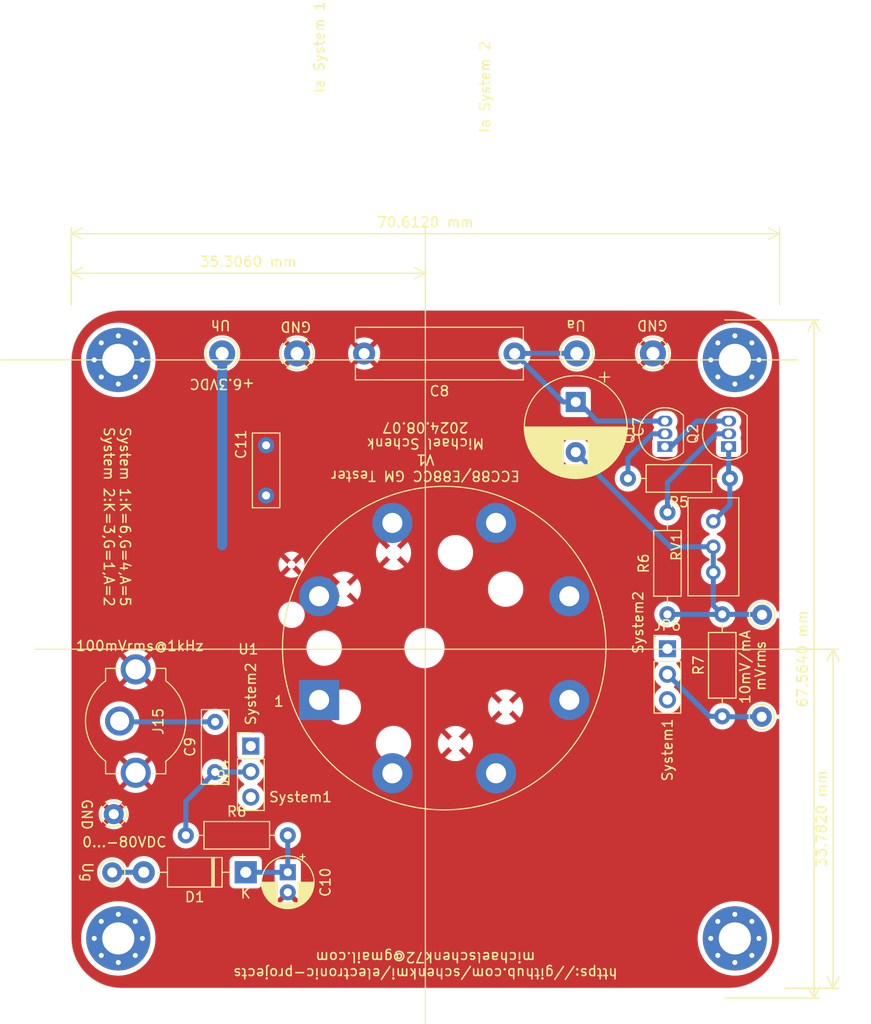
<source format=kicad_pcb>
(kicad_pcb (version 20240108) (generator "pcbnew") (generator_version "8.0")
  (layers (0 "F.Cu" signal) (31 "B.Cu" signal) (34 "B.Paste" user) (35 "F.Paste" user) (36 "B.SilkS" user "B.Silkscreen") (37 "F.SilkS" user "F.Silkscreen") (38 "B.Mask" user) (39 "F.Mask" user) (44 "Edge.Cuts" user))
  (net 0 "")
  (net 1 "VDDA")
  (net 2 "Net-(JP4-B)")
  (net 3 "Net-(J16-Pin_1)")
  (net 4 "FVCC")
  (net 5 "Net-(J15-In)")
  (net 6 "FGND")
  (net 7 "Net-(D1-K)")
  (net 8 "Net-(D1-A)")
  (net 9 "Net-(J17-Pin_1)")
  (net 10 "Net-(JP4-C)")
  (net 11 "Net-(JP4-A)")
  (net 12 "Net-(JP6-A)")
  (net 13 "Net-(JP6-B)")
  (net 14 "Net-(Q1-G)")
  (net 15 "Net-(Q1-S)")
  (net 16 "Net-(Q2-G)")
  (net 17 "Net-(Q2-S)")
  (footprint "MountingHole:MountingHole_3.2mm_M3_Pad_Via" (layer "F.Cu") (at 53.975 80.645)
    (property "Reference" "H1" (hide yes))
    (property "Value" "MountingHole")
    (pad "1" thru_hole circle (at -2.4 0) (size 0.8 0.8) (drill 0.5) (layers "*.Cu" "*.Mask"))
    (pad "1" thru_hole circle (at -1.697056 -1.697056) (size 0.8 0.8) (drill 0.5) (layers "*.Cu" "*.Mask"))
    (pad "1" thru_hole circle (at -1.697056 1.697056) (size 0.8 0.8) (drill 0.5) (layers "*.Cu" "*.Mask"))
    (pad "1" thru_hole circle (at 0 -2.4) (size 0.8 0.8) (drill 0.5) (layers "*.Cu" "*.Mask"))
    (pad "1" thru_hole circle (at 0 0) (size 6.4 6.4) (drill 3.2) (layers "*.Cu" "*.Mask"))
    (pad "1" thru_hole circle (at 0 2.4) (size 0.8 0.8) (drill 0.5) (layers "*.Cu" "*.Mask"))
    (pad "1" thru_hole circle (at 1.697056 -1.697056) (size 0.8 0.8) (drill 0.5) (layers "*.Cu" "*.Mask"))
    (pad "1" thru_hole circle (at 1.697056 1.697056) (size 0.8 0.8) (drill 0.5) (layers "*.Cu" "*.Mask"))
    (pad "1" thru_hole circle (at 2.4 0) (size 0.8 0.8) (drill 0.5) (layers "*.Cu" "*.Mask"))
  )
  (footprint "MountingHole:MountingHole_3.2mm_M3_Pad_Via" (layer "F.Cu") (at 53.975 138.29)
    (property "Reference" "H2" (hide yes))
    (property "Value" "MountingHole")
    (pad "1" thru_hole circle (at -2.4 0) (size 0.8 0.8) (drill 0.5) (layers "*.Cu" "*.Mask"))
    (pad "1" thru_hole circle (at -1.697056 -1.697056) (size 0.8 0.8) (drill 0.5) (layers "*.Cu" "*.Mask"))
    (pad "1" thru_hole circle (at -1.697056 1.697056) (size 0.8 0.8) (drill 0.5) (layers "*.Cu" "*.Mask"))
    (pad "1" thru_hole circle (at 0 -2.4) (size 0.8 0.8) (drill 0.5) (layers "*.Cu" "*.Mask"))
    (pad "1" thru_hole circle (at 0 0) (size 6.4 6.4) (drill 3.2) (layers "*.Cu" "*.Mask"))
    (pad "1" thru_hole circle (at 0 2.4) (size 0.8 0.8) (drill 0.5) (layers "*.Cu" "*.Mask"))
    (pad "1" thru_hole circle (at 1.697056 -1.697056) (size 0.8 0.8) (drill 0.5) (layers "*.Cu" "*.Mask"))
    (pad "1" thru_hole circle (at 1.697056 1.697056) (size 0.8 0.8) (drill 0.5) (layers "*.Cu" "*.Mask"))
    (pad "1" thru_hole circle (at 2.4 0) (size 0.8 0.8) (drill 0.5) (layers "*.Cu" "*.Mask"))
  )
  (footprint "MountingHole:MountingHole_3.2mm_M3_Pad_Via" (layer "F.Cu") (at 115.43 138.29)
    (property "Reference" "H3" (hide yes))
    (property "Value" "MountingHole")
    (pad "1" thru_hole circle (at -2.4 0) (size 0.8 0.8) (drill 0.5) (layers "*.Cu" "*.Mask"))
    (pad "1" thru_hole circle (at -1.697056 -1.697056) (size 0.8 0.8) (drill 0.5) (layers "*.Cu" "*.Mask"))
    (pad "1" thru_hole circle (at -1.697056 1.697056) (size 0.8 0.8) (drill 0.5) (layers "*.Cu" "*.Mask"))
    (pad "1" thru_hole circle (at 0 -2.4) (size 0.8 0.8) (drill 0.5) (layers "*.Cu" "*.Mask"))
    (pad "1" thru_hole circle (at 0 0) (size 6.4 6.4) (drill 3.2) (layers "*.Cu" "*.Mask"))
    (pad "1" thru_hole circle (at 0 2.4) (size 0.8 0.8) (drill 0.5) (layers "*.Cu" "*.Mask"))
    (pad "1" thru_hole circle (at 1.697056 -1.697056) (size 0.8 0.8) (drill 0.5) (layers "*.Cu" "*.Mask"))
    (pad "1" thru_hole circle (at 1.697056 1.697056) (size 0.8 0.8) (drill 0.5) (layers "*.Cu" "*.Mask"))
    (pad "1" thru_hole circle (at 2.4 0) (size 0.8 0.8) (drill 0.5) (layers "*.Cu" "*.Mask"))
  )
  (footprint "MountingHole:MountingHole_3.2mm_M3_Pad_Via" (layer "F.Cu") (at 115.43 80.645)
    (property "Reference" "H4" (hide yes))
    (property "Value" "MountingHole")
    (pad "1" thru_hole circle (at -2.4 0) (size 0.8 0.8) (drill 0.5) (layers "*.Cu" "*.Mask"))
    (pad "1" thru_hole circle (at -1.697056 -1.697056) (size 0.8 0.8) (drill 0.5) (layers "*.Cu" "*.Mask"))
    (pad "1" thru_hole circle (at -1.697056 1.697056) (size 0.8 0.8) (drill 0.5) (layers "*.Cu" "*.Mask"))
    (pad "1" thru_hole circle (at 0 -2.4) (size 0.8 0.8) (drill 0.5) (layers "*.Cu" "*.Mask"))
    (pad "1" thru_hole circle (at 0 0) (size 6.4 6.4) (drill 3.2) (layers "*.Cu" "*.Mask"))
    (pad "1" thru_hole circle (at 0 2.4) (size 0.8 0.8) (drill 0.5) (layers "*.Cu" "*.Mask"))
    (pad "1" thru_hole circle (at 1.697056 -1.697056) (size 0.8 0.8) (drill 0.5) (layers "*.Cu" "*.Mask"))
    (pad "1" thru_hole circle (at 1.697056 1.697056) (size 0.8 0.8) (drill 0.5) (layers "*.Cu" "*.Mask"))
    (pad "1" thru_hole circle (at 2.4 0) (size 0.8 0.8) (drill 0.5) (layers "*.Cu" "*.Mask"))
  )
  (footprint "Connector_Pin:Pin_D1.3mm_L11.0mm" (layer "F.Cu") (at 99.680335 79.997787)
    (property "Reference" "J5" (hide yes))
    (property "Value" "Conn_01x01")
    (pad "1" thru_hole circle (at 0 0) (size 2.6 2.6) (drill 1.3) (layers "*.Cu" "*.Mask") (net 1 "VDDA"))
  )
  (footprint "Connector_Pin:Pin_D1.3mm_L11.0mm" (layer "F.Cu") (at 107.267161 79.997787)
    (property "Reference" "J6" (hide yes))
    (property "Value" "Conn_01x01")
    (pad "1" thru_hole circle (at 0 0) (size 2.6 2.6) (drill 1.3) (layers "*.Cu" "*.Mask") (net 6 "FGND"))
  )
  (footprint "Connector_Pin:Pin_D1.3mm_L11.0mm" (layer "F.Cu") (at 64.324429 79.998773)
    (property "Reference" "J9" (hide yes))
    (property "Value" "Conn_01x01")
    (pad "1" thru_hole circle (at 0 0) (size 2.6 2.6) (drill 1.3) (layers "*.Cu" "*.Mask") (net 4 "FVCC"))
  )
  (footprint "Connector_Pin:Pin_D1.3mm_L11.0mm" (layer "F.Cu") (at 71.795848 79.998773)
    (property "Reference" "J10" (hide yes))
    (property "Value" "Conn_01x01")
    (pad "1" thru_hole circle (at 0 0) (size 2.6 2.6) (drill 1.3) (layers "*.Cu" "*.Mask") (net 6 "FGND"))
  )
  (footprint "Capacitor_THT:C_Rect_L7.2mm_W2.5mm_P5.00mm_FKS2_FKP2_MKS2_MKP2" (layer "F.Cu") (at 68.707 94.154 90)
    (property "Reference" "C11" (at 5.08 -2.5 90) (layer "F.SilkS"))
    (property "Value" "100nF")
    (pad "1" thru_hole circle (at 0 0 90) (size 1.6 1.6) (drill 0.8) (layers "*.Cu" "*.Mask") (net 4 "FVCC"))
    (pad "2" thru_hole circle (at 5 0 90) (size 1.6 1.6) (drill 0.8) (layers "*.Cu" "*.Mask") (net 6 "FGND"))
  )
  (footprint "kicad-snk:TubeOctal" (layer "F.Cu") (at 86.460627 109.36224 -90)
    (property "Reference" "U1" (at 0.11176 19.531627 180) (layer "F.SilkS"))
    (property "Value" "6SN7")
    (pad "1" thru_hole rect (at 5.166226 12.472373 270) (size 4 4) (drill 2) (layers "*.Cu" "*.Mask") (net 11 "Net-(JP4-A)"))
    (pad "2" thru_hole oval (at 12.472373 5.166226 270) (size 4 4) (drill 2) (layers "*.Cu" "*.Mask") (net 12 "Net-(JP6-A)"))
    (pad "3" thru_hole oval (at 12.472373 -5.166226 270) (size 4 4) (drill 2) (layers "*.Cu" "*.Mask") (net 6 "FGND"))
    (pad "4" thru_hole oval (at 5.166226 -12.472373 270) (size 4 4) (drill 2) (layers "*.Cu" "*.Mask") (net 2 "Net-(JP4-B)"))
    (pad "5" thru_hole oval (at -5.166226 -12.472373 270) (size 4 4) (drill 2) (layers "*.Cu" "*.Mask") (net 13 "Net-(JP6-B)"))
    (pad "6" thru_hole oval (at -12.472373 -5.166226 270) (size 4 4) (drill 2) (layers "*.Cu" "*.Mask") (net 6 "FGND"))
    (pad "7" thru_hole oval (at -12.472373 5.166226 270) (size 4 4) (drill 2) (layers "*.Cu" "*.Mask") (net 4 "FVCC"))
    (pad "8" thru_hole circle (at -5.166226 12.472373 270) (size 4 4) (drill 2) (layers "*.Cu" "*.Mask") (net 6 "FGND"))
  )
  (footprint "Resistor_THT:R_Axial_DIN0207_L6.3mm_D2.5mm_P10.16mm_Horizontal" (layer "F.Cu") (at 60.706 128.016)
    (property "Reference" "R8" (at 5.08 -2.37 0) (layer "F.SilkS"))
    (property "Value" "220k/0.6W")
    (pad "1" thru_hole circle (at 0 0) (size 1.6 1.6) (drill 0.8) (layers "*.Cu" "*.Mask") (net 10 "Net-(JP4-C)"))
    (pad "2" thru_hole oval (at 10.16 0) (size 1.6 1.6) (drill 0.8) (layers "*.Cu" "*.Mask") (net 7 "Net-(D1-K)"))
  )
  (footprint "Resistor_THT:R_Axial_DIN0207_L6.3mm_D2.5mm_P10.16mm_Horizontal" (layer "F.Cu") (at 114.173 116.158932 90)
    (property "Reference" "R7" (at 5.08 -2.37 90) (layer "F.SilkS"))
    (property "Value" "10R/0.4W/0.1%")
    (pad "1" thru_hole circle (at 0 0 90) (size 1.6 1.6) (drill 0.8) (layers "*.Cu" "*.Mask") (net 9 "Net-(J17-Pin_1)"))
    (pad "2" thru_hole oval (at 10.16 0 90) (size 1.6 1.6) (drill 0.8) (layers "*.Cu" "*.Mask") (net 3 "Net-(J16-Pin_1)"))
  )
  (footprint "Connector_Pin:Pin_D1.0mm_L10.0mm" (layer "F.Cu") (at 118.139853 106.045)
    (property "Reference" "J16" (hide yes))
    (property "Value" "Conn_01x01")
    (pad "1" thru_hole circle (at 0 0) (size 2 2) (drill 1) (layers "*.Cu" "*.Mask") (net 3 "Net-(J16-Pin_1)"))
  )
  (footprint "kicad-snk:RCA-Phono_CUI-Devices_RCJ-02X_Vertical" (layer "F.Cu") (at 55.708587 116.631977 90)
    (property "Reference" "J15" (at -0.04 2.25 90) (layer "F.SilkS"))
    (property "Value" "100mVrms@1kHz")
    (pad "1" thru_hole circle (at 0 -1.6 90) (size 2.9 2.9) (drill 1.9) (layers "*.Cu" "*.Mask") (net 5 "Net-(J15-In)"))
    (pad "2" thru_hole circle (at -5.15 0 90) (size 3 3) (drill 2) (layers "*.Cu" "*.Mask") (net 6 "FGND"))
    (pad "2" thru_hole circle (at 5.15 0 90) (size 3 3) (drill 2) (layers "*.Cu" "*.Mask") (net 6 "FGND"))
  )
  (footprint "Connector_PinHeader_2.54mm:PinHeader_1x03_P2.54mm_Vertical" (layer "F.Cu") (at 67.183 119.126)
    (property "Reference" "JP4" (at -2.667 2.667 90) (layer "F.SilkS"))
    (property "Value" "Jumper_3_Open")
    (pad "1" thru_hole rect (at 0 0) (size 1.7 1.7) (drill 1) (layers "*.Cu" "*.Mask") (net 11 "Net-(JP4-A)"))
    (pad "2" thru_hole oval (at 0 2.54) (size 1.7 1.7) (drill 1) (layers "*.Cu" "*.Mask") (net 10 "Net-(JP4-C)"))
    (pad "3" thru_hole oval (at 0 5.08) (size 1.7 1.7) (drill 1) (layers "*.Cu" "*.Mask") (net 2 "Net-(JP4-B)"))
  )
  (footprint "Capacitor_THT:C_Rect_L7.2mm_W2.5mm_P5.00mm_FKS2_FKP2_MKS2_MKP2" (layer "F.Cu") (at 63.627 121.713 90)
    (property "Reference" "C9" (at 2.5 -2.5 90) (layer "F.SilkS"))
    (property "Value" "100nF")
    (pad "1" thru_hole circle (at 0 0 90) (size 1.6 1.6) (drill 0.8) (layers "*.Cu" "*.Mask") (net 10 "Net-(JP4-C)"))
    (pad "2" thru_hole circle (at 5 0 90) (size 1.6 1.6) (drill 0.8) (layers "*.Cu" "*.Mask") (net 5 "Net-(J15-In)"))
  )
  (footprint "Package_TO_SOT_THT:TO-92_Inline" (layer "F.Cu") (at 114.808 89.281 90)
    (property "Reference" "Q2" (at 1.27 -3.56 90) (layer "F.SilkS"))
    (property "Value" "DN2540N3-G")
    (pad "1" thru_hole rect (at 0 0 90) (size 1.05 1.5) (drill 0.75) (layers "*.Cu" "*.Mask") (net 17 "Net-(Q2-S)"))
    (pad "2" thru_hole oval (at 1.27 0 90) (size 1.05 1.5) (drill 0.75) (layers "*.Cu" "*.Mask") (net 16 "Net-(Q2-G)"))
    (pad "3" thru_hole oval (at 2.54 0 90) (size 1.05 1.5) (drill 0.75) (layers "*.Cu" "*.Mask") (net 15 "Net-(Q1-S)"))
  )
  (footprint "Capacitor_THT:CP_Radial_D10.0mm_P5.00mm" (layer "F.Cu") (at 99.568 84.836 -90)
    (property "Reference" "C7" (at 2.5 -6.25 90) (layer "F.SilkS"))
    (property "Value" "4.7uF/400V")
    (pad "1" thru_hole rect (at 0 0 270) (size 2 2) (drill 1) (layers "*.Cu" "*.Mask") (net 1 "VDDA"))
    (pad "2" thru_hole circle (at 5 0 270) (size 2 2) (drill 1) (layers "*.Cu" "*.Mask") (net 3 "Net-(J16-Pin_1)"))
  )
  (footprint "Connector_Pin:Pin_D1.0mm_L10.0mm" (layer "F.Cu") (at 53.373768 131.713)
    (property "Reference" "J18" (hide yes))
    (property "Value" "~")
    (pad "1" thru_hole circle (at 0 0) (size 2 2) (drill 1) (layers "*.Cu" "*.Mask") (net 8 "Net-(D1-A)"))
  )
  (footprint "Diode_THT:D_DO-41_SOD81_P10.16mm_Horizontal" (layer "F.Cu") (at 66.675 131.699 180)
    (property "Reference" "D1" (at 5.08 -2.47 0) (layer "F.SilkS"))
    (property "Value" "1N4007")
    (fp_text user "K" (at 0 -2.1 0) (layer "F.SilkS"))
    (pad "1" thru_hole rect (at 0 0 180) (size 2.2 2.2) (drill 1.1) (layers "*.Cu" "*.Mask") (net 7 "Net-(D1-K)"))
    (pad "2" thru_hole oval (at 10.16 0 180) (size 2.2 2.2) (drill 1.1) (layers "*.Cu" "*.Mask") (net 8 "Net-(D1-A)"))
  )
  (footprint "Resistor_THT:R_Axial_DIN0207_L6.3mm_D2.5mm_P10.16mm_Horizontal" (layer "F.Cu") (at 108.712 105.998932 90)
    (property "Reference" "R6" (at 5.08 -2.37 90) (layer "F.SilkS"))
    (property "Value" "1k/0.6W")
    (pad "1" thru_hole circle (at 0 0 90) (size 1.6 1.6) (drill 0.8) (layers "*.Cu" "*.Mask") (net 3 "Net-(J16-Pin_1)"))
    (pad "2" thru_hole oval (at 10.16 0 90) (size 1.6 1.6) (drill 0.8) (layers "*.Cu" "*.Mask") (net 16 "Net-(Q2-G)"))
  )
  (footprint "Resistor_THT:R_Axial_DIN0207_L6.3mm_D2.5mm_P10.16mm_Horizontal" (layer "F.Cu") (at 114.935 92.456 180)
    (property "Reference" "R5" (at 5.08 -2.37 0) (layer "F.SilkS"))
    (property "Value" "1k/0.6W")
    (pad "1" thru_hole circle (at 0 0 180) (size 1.6 1.6) (drill 0.8) (layers "*.Cu" "*.Mask") (net 17 "Net-(Q2-S)"))
    (pad "2" thru_hole oval (at 10.16 0 180) (size 1.6 1.6) (drill 0.8) (layers "*.Cu" "*.Mask") (net 14 "Net-(Q1-G)"))
  )
  (footprint "Capacitor_THT:CP_Radial_D5.0mm_P2.00mm" (layer "F.Cu") (at 70.866 131.699 -90)
    (property "Reference" "C10" (at 1 -3.75 90) (layer "F.SilkS"))
    (property "Value" "1uF/100V")
    (pad "1" thru_hole rect (at 0 0 270) (size 1.6 1.6) (drill 0.8) (layers "*.Cu" "*.Mask") (net 7 "Net-(D1-K)"))
    (pad "2" thru_hole circle (at 2 0 270) (size 1.6 1.6) (drill 0.8) (layers "*.Cu" "*.Mask") (net 6 "FGND"))
  )
  (footprint "Connector_Pin:Pin_D1.0mm_L10.0mm" (layer "F.Cu") (at 53.519812 125.9078)
    (property "Reference" "J19" (hide yes))
    (property "Value" "~")
    (pad "1" thru_hole circle (at 0 0) (size 2 2) (drill 1) (layers "*.Cu" "*.Mask") (net 6 "FGND"))
  )
  (footprint "Connector_Pin:Pin_D1.0mm_L10.0mm" (layer "F.Cu") (at 118.11 116.205)
    (property "Reference" "J17" (hide yes))
    (property "Value" "Conn_01x01")
    (pad "1" thru_hole circle (at 0 0) (size 2 2) (drill 1) (layers "*.Cu" "*.Mask") (net 9 "Net-(J17-Pin_1)"))
  )
  (footprint "Capacitor_THT:C_Rect_L16.5mm_W5.0mm_P15.00mm_MKT" (layer "F.Cu") (at 93.479 80.01 180)
    (property "Reference" "C8" (at 7.5 -3.75 0) (layer "F.SilkS"))
    (property "Value" "100nF")
    (pad "1" thru_hole circle (at 0 0 180) (size 2.2 2.2) (drill 1.1) (layers "*.Cu" "*.Mask") (net 1 "VDDA"))
    (pad "2" thru_hole circle (at 15 0 180) (size 2.2 2.2) (drill 1.1) (layers "*.Cu" "*.Mask") (net 6 "FGND"))
  )
  (footprint "Connector_PinHeader_2.54mm:PinHeader_1x03_P2.54mm_Vertical" (layer "F.Cu") (at 108.712 109.427932)
    (property "Reference" "JP6" (at 0 -2.33 0) (layer "F.SilkS"))
    (property "Value" "Jumper_3_Open")
    (pad "1" thru_hole rect (at 0 0) (size 1.7 1.7) (drill 1) (layers "*.Cu" "*.Mask") (net 12 "Net-(JP6-A)"))
    (pad "2" thru_hole oval (at 0 2.54) (size 1.7 1.7) (drill 1) (layers "*.Cu" "*.Mask") (net 9 "Net-(J17-Pin_1)"))
    (pad "3" thru_hole oval (at 0 5.08) (size 1.7 1.7) (drill 1) (layers "*.Cu" "*.Mask") (net 13 "Net-(JP6-B)"))
  )
  (footprint "Potentiometer_THT:Potentiometer_Bourns_3296W_Vertical" (layer "F.Cu") (at 113.284 96.727932 90)
    (property "Reference" "RV1" (at -2.54 -3.66 90) (layer "F.SilkS"))
    (property "Value" "2k")
    (pad "1" thru_hole circle (at 0 0 90) (size 1.44 1.44) (drill 0.8) (layers "*.Cu" "*.Mask") (net 17 "Net-(Q2-S)"))
    (pad "2" thru_hole circle (at -2.54 0 90) (size 1.44 1.44) (drill 0.8) (layers "*.Cu" "*.Mask") (net 3 "Net-(J16-Pin_1)"))
    (pad "3" thru_hole circle (at -5.08 0 90) (size 1.44 1.44) (drill 0.8) (layers "*.Cu" "*.Mask") (net 3 "Net-(J16-Pin_1)"))
  )
  (footprint "Package_TO_SOT_THT:TO-92_Inline" (layer "F.Cu") (at 108.458 89.281 90)
    (property "Reference" "Q1" (at 1.27 -3.56 90) (layer "F.SilkS"))
    (property "Value" "DN2540N3-G")
    (pad "1" thru_hole rect (at 0 0 90) (size 1.05 1.5) (drill 0.75) (layers "*.Cu" "*.Mask") (net 15 "Net-(Q1-S)"))
    (pad "2" thru_hole oval (at 1.27 0 90) (size 1.05 1.5) (drill 0.75) (layers "*.Cu" "*.Mask") (net 14 "Net-(Q1-G)"))
    (pad "3" thru_hole oval (at 2.54 0 90) (size 1.05 1.5) (drill 0.75) (layers "*.Cu" "*.Mask") (net 1 "VDDA"))
  )
  (gr_line (start 42.244053 80.645) (end 121.746053 80.645) (stroke (width 0.12)) (layer "F.SilkS"))
  (gr_line (start 84.582 146.77644) (end 84.582 67.27444) (stroke (width 0.12)) (layer "F.SilkS"))
  (gr_line (start 45.72 109.474) (end 125.222 109.474) (stroke (width 0.12)) (layer "F.SilkS"))
  (gr_line (start 54.276 75.692) (end 114.888 75.692) (stroke (width 0.05)) (layer "Edge.Cuts"))
  (gr_arc (start 114.888 75.692) (mid 118.423534 77.156466) (end 119.888 80.692) (stroke (width 0.05)) (layer "Edge.Cuts"))
  (gr_arc (start 54.276 143.256) (mid 50.740466 141.791534) (end 49.276 138.256) (stroke (width 0.05)) (layer "Edge.Cuts"))
  (gr_line (start 49.276 138.256) (end 49.276 80.692) (stroke (width 0.05)) (layer "Edge.Cuts"))
  (gr_arc (start 49.276 80.692) (mid 50.740466 77.156466) (end 54.276 75.692) (stroke (width 0.05)) (layer "Edge.Cuts"))
  (gr_arc (start 119.888 138.256) (mid 118.423534 141.791534) (end 114.888 143.256) (stroke (width 0.05)) (layer "Edge.Cuts"))
  (gr_line (start 114.888 143.256) (end 54.276 143.256) (stroke (width 0.05)) (layer "Edge.Cuts"))
  (gr_line (start 119.888 80.692) (end 119.888 138.256) (stroke (width 0.05)) (layer "Edge.Cuts"))
  (gr_text "GND" (at 50.841121 125.94169 270) (layer "F.SilkS") (effects (font (size 1 1))))
  (gr_text "Ia System 1" (at 74.0156 49.4792 90) (layer "F.SilkS") (effects (font (size 1 1))))
  (gr_text "+6.3VDC" (at 64.324429 83.046773 180) (layer "F.SilkS") (effects (font (size 1 1))))
  (gr_text "GND" (at 107.215296 77.203787 180) (layer "F.SilkS") (effects (font (size 1 1))))
  (gr_text "GND" (at 71.668848 77.331773 180) (layer "F.SilkS") (effects (font (size 1 1))))
  (gr_text "0...-80VDC" (at 50.292 129.286 0) (layer "F.SilkS") (effects (font (size 1 1)) (justify left bottom)))
  (gr_text "Uh" (at 64.175848 77.189639 180) (layer "F.SilkS") (effects (font (size 1 1))))
  (gr_text "Ua" (at 99.595296 77.203787 180) (layer "F.SilkS") (effects (font (size 1 1))))
  (gr_text "ECC88/E88CC GM Tester\nV1\nMichael Schenk\n2024.08.07" (at 84.582 89.789 180) (layer "F.SilkS") (effects (font (size 1 1))))
  (gr_text "System2" (at 105.791 106.807 90) (layer "F.SilkS") (effects (font (size 1 1))))
  (gr_text "mVrms" (at 117.983 111.125 90) (layer "F.SilkS") (effects (font (size 1 1))))
  (gr_text "Ug" (at 50.909088 131.699 270) (layer "F.SilkS") (effects (font (size 1 1))))
  (gr_text "System1" (at 108.712 119.507 90) (layer "F.SilkS") (effects (font (size 1 1))))
  (gr_text "https://github.com/schenkmi/electronic-projects\nmichaelschenk72@gmail.com" (at 84.582 140.97 -180) (layer "F.SilkS") (effects (font (size 1 1))))
  (gr_text "1" (at 69.977 114.681 0) (layer "F.SilkS") (effects (font (size 1 1))))
  (gr_text "10mV/mA" (at 116.459 111.252 90) (layer "F.SilkS") (effects (font (size 1 1))))
  (gr_text "System1" (at 72.136 124.206 0) (layer "F.SilkS") (effects (font (size 1 1))))
  (gr_text "System 1:K=6,G=4,A=5\nSystem 2:K=3,G=1,A=2" (at 53.848 87.249 270) (layer "F.SilkS") (effects (font (size 1 1)) (justify left)))
  (gr_text "System2" (at 67.183 113.919 90) (layer "F.SilkS") (effects (font (size 1 1))))
  (gr_text "100mVrms@1kHz" (at 49.657 109.728 0) (layer "F.SilkS") (effects (font (size 1 1)) (justify left bottom)))
  (gr_text "Ia System 2" (at 90.5256 53.4416 90) (layer "F.SilkS") (effects (font (size 1 1))))
  (dimension (type aligned) (layer "F.SilkS") (pts (xy 113.919 76.6572) (xy 113.919 144.2212)) (height -9.398) (gr_text "67.5640 mm" (at 122.167 110.4392 90) (layer "F.SilkS") (effects (font (size 1 1) (thickness 0.15)))) (format (prefix "") (suffix "") (units 3) (units_format 1) (precision 4)) (style (thickness 0.12) (arrow_length 1.27) (text_position_mode 0) (extension_height 0.58642) (extension_offset 0.5) keep_text_aligned))
  (dimension (type aligned) (layer "F.SilkS") (pts (xy 49.276 75.692) (xy 84.582 75.692)) (height -3.683) (gr_text "35.3060 mm" (at 66.929 70.859 0) (layer "F.SilkS") (effects (font (size 1 1) (thickness 0.15)))) (format (prefix "") (suffix "") (units 3) (units_format 1) (precision 4)) (style (thickness 0.12) (arrow_length 1.27) (text_position_mode 0) (extension_height 0.58642) (extension_offset 0.5) keep_text_aligned))
  (dimension (type aligned) (layer "F.SilkS") (pts (xy 119.888 143.256) (xy 119.888 109.474)) (height 5.334) (gr_text "33.7820 mm" (at 124.072 126.365 90) (layer "F.SilkS") (effects (font (size 1 1) (thickness 0.15)))) (format (prefix "") (suffix "") (units 3) (units_format 1) (precision 4)) (style (thickness 0.12) (arrow_length 1.27) (text_position_mode 0) (extension_height 0.58642) (extension_offset 0.5) keep_text_aligned))
  (dimension (type aligned) (layer "F.SilkS") (pts (xy 49.276 75.692) (xy 119.888 75.692)) (height -7.62) (gr_text "70.6120 mm" (at 84.582 66.922 0) (layer "F.SilkS") (effects (font (size 1 1) (thickness 0.15)))) (format (prefix "") (suffix "") (units 3) (units_format 1) (precision 4)) (style (thickness 0.12) (arrow_length 1.27) (text_position_mode 0) (extension_height 0.58642) (extension_offset 0.5) keep_text_aligned))
  (segment (start 101.727 86.741) (end 108.458 86.741) (width 0.5) (layer "B.Cu") (net 1))
  (segment (start 93.491213 79.997787) (end 93.479 80.01) (width 0.5) (layer "B.Cu") (net 1))
  (segment (start 99.680335 79.997787) (end 93.491213 79.997787) (width 0.5) (layer "B.Cu") (net 1))
  (segment (start 99.822 84.836) (end 101.727 86.741) (width 0.5) (layer "B.Cu") (net 1))
  (segment (start 93.479 80.01) (end 98.305 84.836) (width 0.5) (layer "B.Cu") (net 1))
  (segment (start 99.568 84.836) (end 99.822 84.836) (width 0.5) (layer "B.Cu") (net 1))
  (segment (start 98.305 84.836) (end 99.568 84.836) (width 0.5) (layer "B.Cu") (net 1))
  (segment (start 113.284 101.807932) (end 113.284 105.109932) (width 0.5) (layer "B.Cu") (net 3))
  (segment (start 118.093785 105.998932) (end 118.139853 106.045) (width 0.5) (layer "B.Cu") (net 3))
  (segment (start 114.173 105.998932) (end 118.093785 105.998932) (width 0.5) (layer "B.Cu") (net 3))
  (segment (start 113.284 99.267932) (end 108.999932 99.267932) (width 0.5) (layer "B.Cu") (net 3))
  (segment (start 113.284 99.267932) (end 113.284 101.807932) (width 0.5) (layer "B.Cu") (net 3))
  (segment (start 108.999932 99.267932) (end 99.568 89.836) (width 0.5) (layer "B.Cu") (net 3))
  (segment (start 113.284 105.109932) (end 114.173 105.998932) (width 0.5) (layer "B.Cu") (net 3))
  (segment (start 108.712 105.998932) (end 114.173 105.998932) (width 0.5) (layer "B.Cu") (net 3))
  (segment (start 64.324429 99.122429) (end 64.324429 79.998773) (width 1) (layer "B.Cu") (net 4))
  (segment (start 54.18961 116.713) (end 54.108587 116.631977) (width 0.5) (layer "B.Cu") (net 5))
  (segment (start 63.627 116.713) (end 54.18961 116.713) (width 0.5) (layer "B.Cu") (net 5))
  (segment (start 70.866 128.016) (end 70.866 131.699) (width 0.5) (layer "B.Cu") (net 7))
  (segment (start 70.866 131.699) (end 66.675 131.699) (width 0.5) (layer "B.Cu") (net 7))
  (segment (start 53.387768 131.699) (end 53.373768 131.713) (width 0.5) (layer "B.Cu") (net 8))
  (segment (start 56.515 131.699) (end 53.387768 131.699) (width 0.5) (layer "B.Cu") (net 8))
  (segment (start 112.903 116.158932) (end 108.712 111.967932) (width 0.5) (layer "B.Cu") (net 9))
  (segment (start 118.11 116.205) (end 114.219068 116.205) (width 0.5) (layer "B.Cu") (net 9))
  (segment (start 114.219068 116.205) (end 114.173 116.158932) (width 0.5) (layer "B.Cu") (net 9))
  (segment (start 114.173 116.158932) (end 112.903 116.158932) (width 0.5) (layer "B.Cu") (net 9))
  (segment (start 67.136 121.713) (end 67.183 121.666) (width 0.5) (layer "B.Cu") (net 10))
  (segment (start 60.706 124.634) (end 63.627 121.713) (width 0.5) (layer "B.Cu") (net 10))
  (segment (start 63.627 121.713) (end 67.136 121.713) (width 0.5) (layer "B.Cu") (net 10))
  (segment (start 60.706 128.016) (end 60.706 124.634) (width 0.5) (layer "B.Cu") (net 10))
  (segment (start 107.208 88.011) (end 108.458 88.011) (width 0.5) (layer "B.Cu") (net 14))
  (segment (start 104.775 90.444) (end 107.208 88.011) (width 0.5) (layer "B.Cu") (net 14))
  (segment (start 104.775 92.456) (end 104.775 90.444) (width 0.5) (layer "B.Cu") (net 14))
  (segment (start 109.093 89.281) (end 111.633 86.741) (width 0.5) (layer "B.Cu") (net 15))
  (segment (start 108.458 89.281) (end 109.093 89.281) (width 0.5) (layer "B.Cu") (net 15))
  (segment (start 111.633 86.741) (end 114.808 86.741) (width 0.5) (layer "B.Cu") (net 15))
  (segment (start 113.558 88.011) (end 108.712 92.857) (width 0.5) (layer "B.Cu") (net 16))
  (segment (start 114.808 88.011) (end 113.558 88.011) (width 0.5) (layer "B.Cu") (net 16))
  (segment (start 108.712 92.857) (end 108.712 95.838932) (width 0.5) (layer "B.Cu") (net 16))
  (segment (start 114.808 92.329) (end 114.935 92.456) (width 0.5) (layer "B.Cu") (net 17))
  (segment (start 114.808 89.281) (end 114.808 92.329) (width 0.5) (layer "B.Cu") (net 17))
  (segment (start 114.935 95.076932) (end 113.284 96.727932) (width 0.5) (layer "B.Cu") (net 17))
  (segment (start 114.935 92.456) (end 114.935 95.076932) (width 0.5) (layer "B.Cu") (net 17))
  (zone (net 6) (net_name "FGND") (layer "F.Cu") (connect_pads (clearance 0.508)) (min_thickness 0.25) (fill yes (thermal_gap 0.5) (thermal_bridge_width 0.5))
    (polygon (pts (xy 49.276 75.692) (xy 119.888 75.692) (xy 119.888 143.256) (xy 49.276 143.256)))
  )
)
</source>
